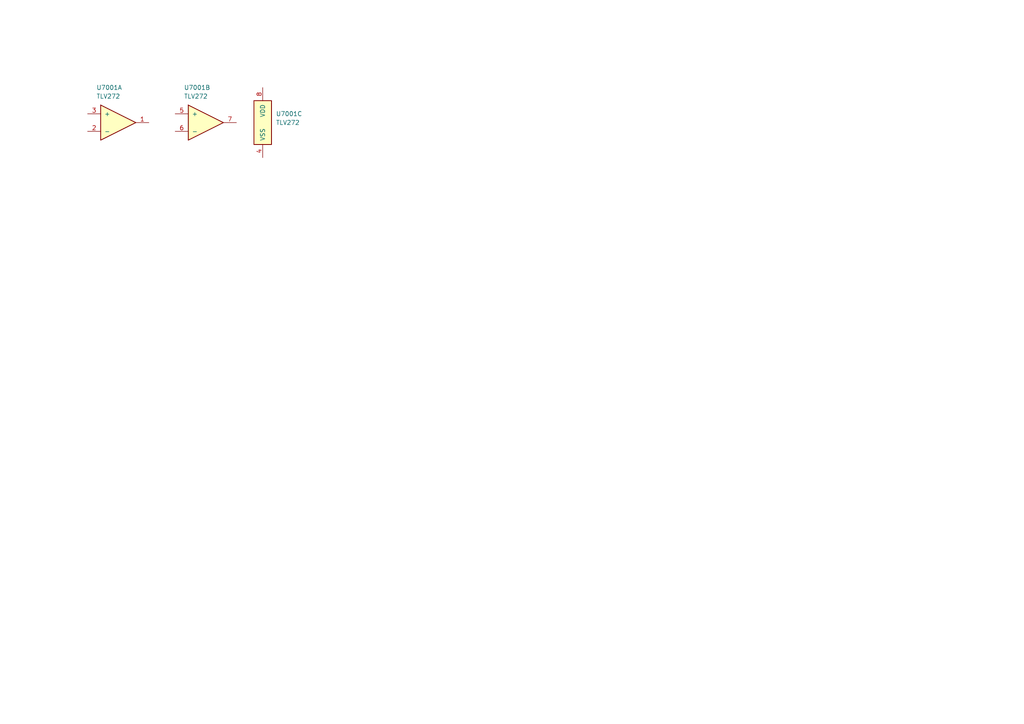
<source format=kicad_sch>
(kicad_sch
	(version 20231120)
	(generator "eeschema")
	(generator_version "8.0")
	(uuid "41d22a33-bece-4c3b-be17-b0f51b39ba6f")
	(paper "A4")
	(title_block
		(title "Lily KiCad Library test")
		(date "2024-04-28")
		(rev "1")
		(company "LilyTronics")
	)
	(lib_symbols
		(symbol "lily_symbols:ic_opamp_dual_TLV272CDR_soic8"
			(pin_names
				(offset 1.016)
			)
			(exclude_from_sim no)
			(in_bom yes)
			(on_board yes)
			(property "Reference" "U"
				(at 2.54 7.62 0)
				(effects
					(font
						(size 1.27 1.27)
					)
					(justify left)
				)
			)
			(property "Value" "TLV272"
				(at 2.54 5.08 0)
				(effects
					(font
						(size 1.27 1.27)
					)
					(justify left)
				)
			)
			(property "Footprint" "lily_footprints:soic8"
				(at 7.62 -15.24 0)
				(effects
					(font
						(size 1.27 1.27)
					)
					(hide yes)
				)
			)
			(property "Datasheet" ""
				(at 0 0 0)
				(effects
					(font
						(size 1.27 1.27)
					)
					(hide yes)
				)
			)
			(property "Description" ""
				(at 0 0 0)
				(effects
					(font
						(size 1.27 1.27)
					)
					(hide yes)
				)
			)
			(property "Revision" "1"
				(at 7.62 -10.16 0)
				(effects
					(font
						(size 1.27 1.27)
					)
					(hide yes)
				)
			)
			(property "Status" "Active"
				(at 7.62 -12.7 0)
				(effects
					(font
						(size 1.27 1.27)
					)
					(hide yes)
				)
			)
			(property "Manufacturer" "Texas Instruments"
				(at 7.62 -17.78 0)
				(effects
					(font
						(size 1.27 1.27)
					)
					(hide yes)
				)
			)
			(property "Manufacturer_ID" "TLV272CDR"
				(at 7.62 -20.32 0)
				(effects
					(font
						(size 1.27 1.27)
					)
					(hide yes)
				)
			)
			(property "Lily_ID" "1914-10006"
				(at 7.62 -22.86 0)
				(effects
					(font
						(size 1.27 1.27)
					)
					(hide yes)
				)
			)
			(property "JLCPCB_ID" "C2057291"
				(at 7.62 -25.4 0)
				(effects
					(font
						(size 1.27 1.27)
					)
					(hide yes)
				)
			)
			(property "JLCPCB_STATUS" "Extended"
				(at 7.62 -27.94 0)
				(effects
					(font
						(size 1.27 1.27)
					)
					(hide yes)
				)
			)
			(property "ki_locked" ""
				(at 0 0 0)
				(effects
					(font
						(size 1.27 1.27)
					)
				)
			)
			(symbol "ic_opamp_dual_TLV272CDR_soic8_1_1"
				(polyline
					(pts
						(xy 3.81 2.54) (xy 3.81 -7.62) (xy 13.97 -2.54) (xy 3.81 2.54)
					)
					(stroke
						(width 0.254)
						(type default)
					)
					(fill
						(type background)
					)
				)
				(pin output line
					(at 17.78 -2.54 180)
					(length 3.81)
					(name "~"
						(effects
							(font
								(size 1.27 1.27)
							)
						)
					)
					(number "1"
						(effects
							(font
								(size 1.27 1.27)
							)
						)
					)
				)
				(pin input line
					(at 0 -5.08 0)
					(length 3.81)
					(name "-"
						(effects
							(font
								(size 1.27 1.27)
							)
						)
					)
					(number "2"
						(effects
							(font
								(size 1.27 1.27)
							)
						)
					)
				)
				(pin input line
					(at 0 0 0)
					(length 3.81)
					(name "+"
						(effects
							(font
								(size 1.27 1.27)
							)
						)
					)
					(number "3"
						(effects
							(font
								(size 1.27 1.27)
							)
						)
					)
				)
			)
			(symbol "ic_opamp_dual_TLV272CDR_soic8_2_1"
				(polyline
					(pts
						(xy 3.81 2.54) (xy 3.81 -7.62) (xy 13.97 -2.54) (xy 3.81 2.54)
					)
					(stroke
						(width 0.254)
						(type default)
					)
					(fill
						(type background)
					)
				)
				(pin input line
					(at 0 0 0)
					(length 3.81)
					(name "+"
						(effects
							(font
								(size 1.27 1.27)
							)
						)
					)
					(number "5"
						(effects
							(font
								(size 1.27 1.27)
							)
						)
					)
				)
				(pin input line
					(at 0 -5.08 0)
					(length 3.81)
					(name "-"
						(effects
							(font
								(size 1.27 1.27)
							)
						)
					)
					(number "6"
						(effects
							(font
								(size 1.27 1.27)
							)
						)
					)
				)
				(pin output line
					(at 17.78 -2.54 180)
					(length 3.81)
					(name "~"
						(effects
							(font
								(size 1.27 1.27)
							)
						)
					)
					(number "7"
						(effects
							(font
								(size 1.27 1.27)
							)
						)
					)
				)
			)
			(symbol "ic_opamp_dual_TLV272CDR_soic8_3_1"
				(rectangle
					(start -2.54 -3.81)
					(end 2.54 -16.51)
					(stroke
						(width 0.254)
						(type default)
					)
					(fill
						(type background)
					)
				)
				(pin power_in line
					(at 0 -20.32 90)
					(length 3.81)
					(name "VSS"
						(effects
							(font
								(size 1.27 1.27)
							)
						)
					)
					(number "4"
						(effects
							(font
								(size 1.27 1.27)
							)
						)
					)
				)
				(pin power_in line
					(at 0 0 270)
					(length 3.81)
					(name "VDD"
						(effects
							(font
								(size 1.27 1.27)
							)
						)
					)
					(number "8"
						(effects
							(font
								(size 1.27 1.27)
							)
						)
					)
				)
			)
		)
	)
	(symbol
		(lib_id "lily_symbols:ic_opamp_dual_TLV272CDR_soic8")
		(at 25.4 33.02 0)
		(unit 1)
		(exclude_from_sim no)
		(in_bom yes)
		(on_board yes)
		(dnp no)
		(uuid "80f2b375-00d0-4481-8341-1e8d9b11ebd6")
		(property "Reference" "U7001"
			(at 27.94 25.4 0)
			(effects
				(font
					(size 1.27 1.27)
				)
				(justify left)
			)
		)
		(property "Value" "TLV272"
			(at 27.94 27.94 0)
			(effects
				(font
					(size 1.27 1.27)
				)
				(justify left)
			)
		)
		(property "Footprint" "lily_footprints:soic8"
			(at 33.02 48.26 0)
			(effects
				(font
					(size 1.27 1.27)
				)
				(hide yes)
			)
		)
		(property "Datasheet" ""
			(at 25.4 33.02 0)
			(effects
				(font
					(size 1.27 1.27)
				)
				(hide yes)
			)
		)
		(property "Description" ""
			(at 25.4 33.02 0)
			(effects
				(font
					(size 1.27 1.27)
				)
				(hide yes)
			)
		)
		(property "Revision" "1"
			(at 33.02 43.18 0)
			(effects
				(font
					(size 1.27 1.27)
				)
				(hide yes)
			)
		)
		(property "Status" "Active"
			(at 33.02 45.72 0)
			(effects
				(font
					(size 1.27 1.27)
				)
				(hide yes)
			)
		)
		(property "Manufacturer" "Texas Instruments"
			(at 33.02 50.8 0)
			(effects
				(font
					(size 1.27 1.27)
				)
				(hide yes)
			)
		)
		(property "Manufacturer_ID" "TLV272CDR"
			(at 33.02 53.34 0)
			(effects
				(font
					(size 1.27 1.27)
				)
				(hide yes)
			)
		)
		(property "Lily_ID" "1914-10006"
			(at 33.02 55.88 0)
			(effects
				(font
					(size 1.27 1.27)
				)
				(hide yes)
			)
		)
		(property "JLCPCB_ID" "C2057291"
			(at 33.02 58.42 0)
			(effects
				(font
					(size 1.27 1.27)
				)
				(hide yes)
			)
		)
		(property "JLCPCB_STATUS" "Extended"
			(at 33.02 60.96 0)
			(effects
				(font
					(size 1.27 1.27)
				)
				(hide yes)
			)
		)
		(pin "1"
			(uuid "b67a89a3-7e1d-4bf3-83ee-1b0310291113")
		)
		(pin "2"
			(uuid "5d36bfd9-5263-4db9-84af-9b1650bd6e33")
		)
		(pin "3"
			(uuid "f9229f24-e437-4463-849e-65c953224d9b")
		)
		(pin "5"
			(uuid "327b8b9a-c6f6-42d1-816f-ba4d3f9c5e76")
		)
		(pin "4"
			(uuid "1d13c2f3-3c61-4d3e-9ef7-08edb8c6d9e7")
		)
		(pin "7"
			(uuid "a8954a98-4e5f-45df-a6bf-d63a97a42f00")
		)
		(pin "8"
			(uuid "eafc956a-780d-4fdc-aa8c-caa0e2f4c5ca")
		)
		(pin "6"
			(uuid "0148b17f-2d9c-4347-8b03-cc07326d492c")
		)
		(instances
			(project "kicad_lib_test"
				(path "/032b8f2d-5c08-4381-9e3a-c197ca84e3c5/26f45545-bf59-44cc-9d79-27838866cd23"
					(reference "U7001")
					(unit 1)
				)
			)
		)
	)
	(symbol
		(lib_id "lily_symbols:ic_opamp_dual_TLV272CDR_soic8")
		(at 50.8 33.02 0)
		(unit 2)
		(exclude_from_sim no)
		(in_bom yes)
		(on_board yes)
		(dnp no)
		(uuid "c6842388-6063-4abe-acb1-18cccca7b01c")
		(property "Reference" "U7001"
			(at 53.34 25.4 0)
			(effects
				(font
					(size 1.27 1.27)
				)
				(justify left)
			)
		)
		(property "Value" "TLV272"
			(at 53.34 27.94 0)
			(effects
				(font
					(size 1.27 1.27)
				)
				(justify left)
			)
		)
		(property "Footprint" "lily_footprints:soic8"
			(at 58.42 48.26 0)
			(effects
				(font
					(size 1.27 1.27)
				)
				(hide yes)
			)
		)
		(property "Datasheet" ""
			(at 50.8 33.02 0)
			(effects
				(font
					(size 1.27 1.27)
				)
				(hide yes)
			)
		)
		(property "Description" ""
			(at 50.8 33.02 0)
			(effects
				(font
					(size 1.27 1.27)
				)
				(hide yes)
			)
		)
		(property "Revision" "1"
			(at 58.42 43.18 0)
			(effects
				(font
					(size 1.27 1.27)
				)
				(hide yes)
			)
		)
		(property "Status" "Active"
			(at 58.42 45.72 0)
			(effects
				(font
					(size 1.27 1.27)
				)
				(hide yes)
			)
		)
		(property "Manufacturer" "Texas Instruments"
			(at 58.42 50.8 0)
			(effects
				(font
					(size 1.27 1.27)
				)
				(hide yes)
			)
		)
		(property "Manufacturer_ID" "TLV272CDR"
			(at 58.42 53.34 0)
			(effects
				(font
					(size 1.27 1.27)
				)
				(hide yes)
			)
		)
		(property "Lily_ID" "1914-10006"
			(at 58.42 55.88 0)
			(effects
				(font
					(size 1.27 1.27)
				)
				(hide yes)
			)
		)
		(property "JLCPCB_ID" "C2057291"
			(at 58.42 58.42 0)
			(effects
				(font
					(size 1.27 1.27)
				)
				(hide yes)
			)
		)
		(property "JLCPCB_STATUS" "Extended"
			(at 58.42 60.96 0)
			(effects
				(font
					(size 1.27 1.27)
				)
				(hide yes)
			)
		)
		(pin "1"
			(uuid "b67a89a3-7e1d-4bf3-83ee-1b0310291114")
		)
		(pin "2"
			(uuid "5d36bfd9-5263-4db9-84af-9b1650bd6e34")
		)
		(pin "3"
			(uuid "f9229f24-e437-4463-849e-65c953224d9c")
		)
		(pin "5"
			(uuid "327b8b9a-c6f6-42d1-816f-ba4d3f9c5e77")
		)
		(pin "4"
			(uuid "1d13c2f3-3c61-4d3e-9ef7-08edb8c6d9e8")
		)
		(pin "7"
			(uuid "a8954a98-4e5f-45df-a6bf-d63a97a42f01")
		)
		(pin "8"
			(uuid "eafc956a-780d-4fdc-aa8c-caa0e2f4c5cb")
		)
		(pin "6"
			(uuid "0148b17f-2d9c-4347-8b03-cc07326d492d")
		)
		(instances
			(project "kicad_lib_test"
				(path "/032b8f2d-5c08-4381-9e3a-c197ca84e3c5/26f45545-bf59-44cc-9d79-27838866cd23"
					(reference "U7001")
					(unit 2)
				)
			)
		)
	)
	(symbol
		(lib_id "lily_symbols:ic_opamp_dual_TLV272CDR_soic8")
		(at 76.2 25.4 0)
		(unit 3)
		(exclude_from_sim no)
		(in_bom yes)
		(on_board yes)
		(dnp no)
		(uuid "fa3cdb42-9c3f-4e4e-b13d-9384f650a7ae")
		(property "Reference" "U7001"
			(at 80.01 33.02 0)
			(effects
				(font
					(size 1.27 1.27)
				)
				(justify left)
			)
		)
		(property "Value" "TLV272"
			(at 80.01 35.56 0)
			(effects
				(font
					(size 1.27 1.27)
				)
				(justify left)
			)
		)
		(property "Footprint" "lily_footprints:soic8"
			(at 83.82 40.64 0)
			(effects
				(font
					(size 1.27 1.27)
				)
				(hide yes)
			)
		)
		(property "Datasheet" ""
			(at 76.2 25.4 0)
			(effects
				(font
					(size 1.27 1.27)
				)
				(hide yes)
			)
		)
		(property "Description" ""
			(at 76.2 25.4 0)
			(effects
				(font
					(size 1.27 1.27)
				)
				(hide yes)
			)
		)
		(property "Revision" "1"
			(at 83.82 35.56 0)
			(effects
				(font
					(size 1.27 1.27)
				)
				(hide yes)
			)
		)
		(property "Status" "Active"
			(at 83.82 38.1 0)
			(effects
				(font
					(size 1.27 1.27)
				)
				(hide yes)
			)
		)
		(property "Manufacturer" "Texas Instruments"
			(at 83.82 43.18 0)
			(effects
				(font
					(size 1.27 1.27)
				)
				(hide yes)
			)
		)
		(property "Manufacturer_ID" "TLV272CDR"
			(at 83.82 45.72 0)
			(effects
				(font
					(size 1.27 1.27)
				)
				(hide yes)
			)
		)
		(property "Lily_ID" "1914-10006"
			(at 83.82 48.26 0)
			(effects
				(font
					(size 1.27 1.27)
				)
				(hide yes)
			)
		)
		(property "JLCPCB_ID" "C2057291"
			(at 83.82 50.8 0)
			(effects
				(font
					(size 1.27 1.27)
				)
				(hide yes)
			)
		)
		(property "JLCPCB_STATUS" "Extended"
			(at 83.82 53.34 0)
			(effects
				(font
					(size 1.27 1.27)
				)
				(hide yes)
			)
		)
		(pin "1"
			(uuid "b67a89a3-7e1d-4bf3-83ee-1b0310291115")
		)
		(pin "2"
			(uuid "5d36bfd9-5263-4db9-84af-9b1650bd6e35")
		)
		(pin "3"
			(uuid "f9229f24-e437-4463-849e-65c953224d9d")
		)
		(pin "5"
			(uuid "327b8b9a-c6f6-42d1-816f-ba4d3f9c5e78")
		)
		(pin "4"
			(uuid "1d13c2f3-3c61-4d3e-9ef7-08edb8c6d9e9")
		)
		(pin "7"
			(uuid "a8954a98-4e5f-45df-a6bf-d63a97a42f02")
		)
		(pin "8"
			(uuid "eafc956a-780d-4fdc-aa8c-caa0e2f4c5cc")
		)
		(pin "6"
			(uuid "0148b17f-2d9c-4347-8b03-cc07326d492e")
		)
		(instances
			(project "kicad_lib_test"
				(path "/032b8f2d-5c08-4381-9e3a-c197ca84e3c5/26f45545-bf59-44cc-9d79-27838866cd23"
					(reference "U7001")
					(unit 3)
				)
			)
		)
	)
)
</source>
